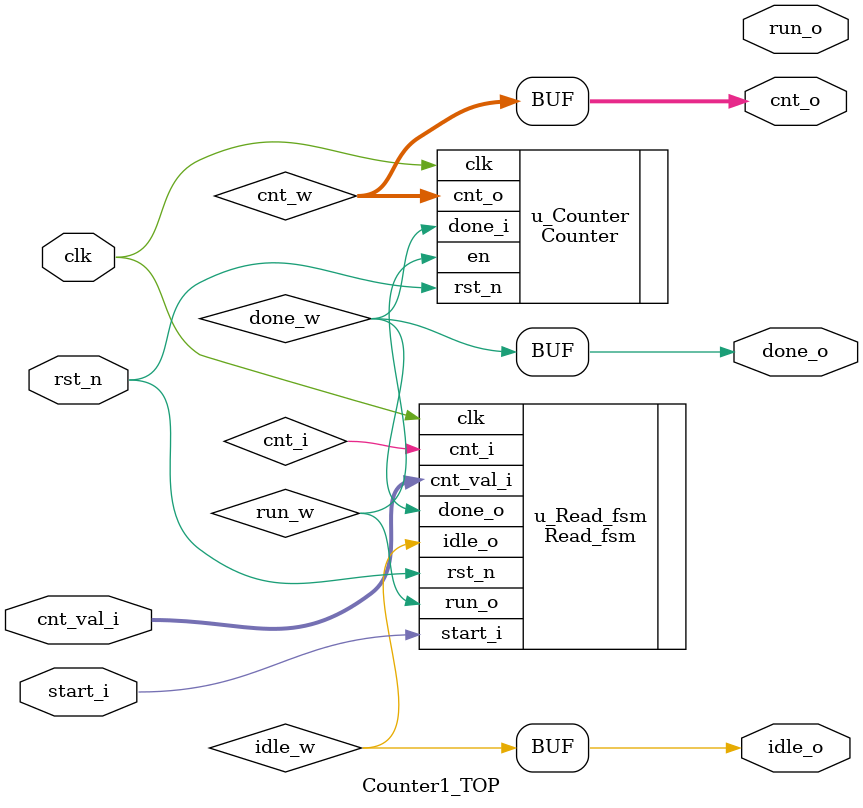
<source format=v>
module Counter1_TOP #(
    parameter CNT_WIDTH = 8
    )
    (
    input clk,
    input rst_n,
    
    input start_i,
    input [CNT_WIDTH-1:0] cnt_val_i,


    
    output [CNT_WIDTH-1:0] cnt_o,

    output idle_o,
    output run_o,
    output done_o
    );

    // link counter - counter_fsm
    wire idle_w, run_w, done_w;
    wire [CNT_WIDTH-1:0] cnt_w;

    // Counter inst
    Counter #(
        .CNT_WIDTH ( CNT_WIDTH )
    )u_Counter(
        .clk    ( clk           ),
        .rst_n  ( rst_n         ),  // reset when reset or done
        .en     ( run_w         ),  // count start when fsm state is RUN
        .cnt_o  ( cnt_w         ),   
        .done_i ( done_w        )
    );
    
    // fsm inst
Read_fsm#(
    .CNT_WIDTH ( 8 )
)u_Read_fsm(
    .clk       ( clk       ),
    .rst_n     ( rst_n     ),
    .start_i   ( start_i   ),
    .cnt_val_i ( cnt_val_i ),
    .cnt_i     ( cnt_i     ),
    .idle_o    ( idle_w    ),
    .run_o     ( run_w     ),
    .done_o    ( done_w    )
);


    // output logic

    assign idle_o = idle_w;
    assign done_o = done_w;
    assign cnt_o = cnt_w;

endmodule
</source>
